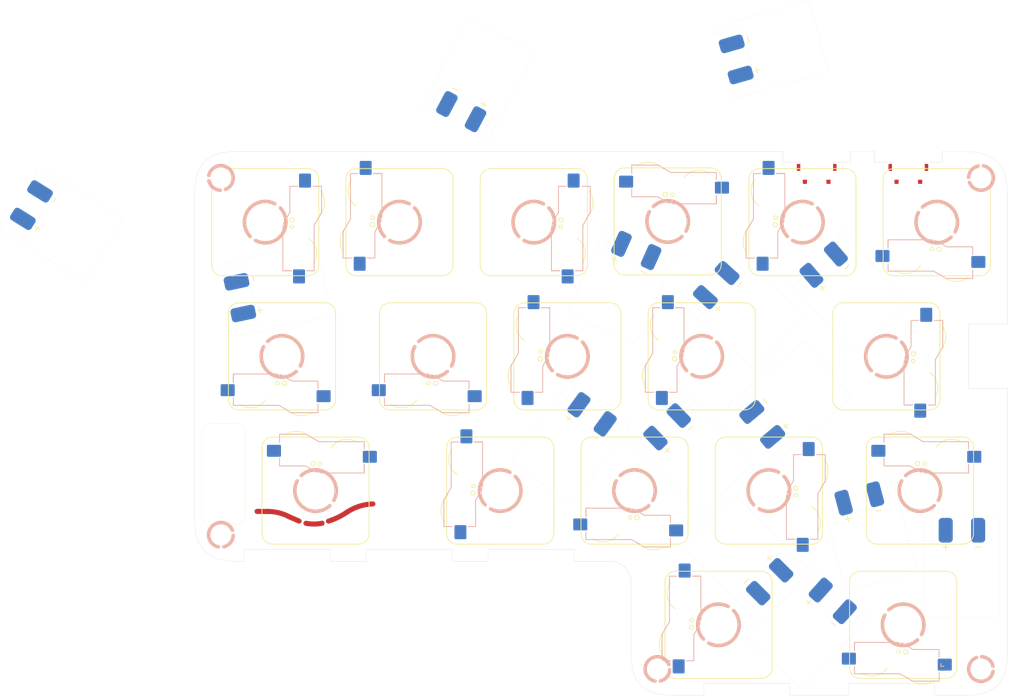
<source format=kicad_pcb>
(kicad_pcb (version 20211014) (generator pcbnew)
  (layers (0 "F.Cu" signal) (1 "In1.Cu" signal) (2 "In2.Cu" signal) (31 "B.Cu" signal) (34 "B.Paste" user) (35 "F.Paste" user) (36 "B.SilkS" user "B.Silkscreen") (37 "F.SilkS" user "F.Silkscreen") (38 "B.Mask" user) (39 "F.Mask" user) (44 "Edge.Cuts" user))
  (net 0 "")
  (net 1 "B1-")
  (net 2 "B+")
  (net 3 "B2-")
  (net 4 "B3-")
  (net 5 "B4-")
  (net 6 "B5-")
  (net 7 "B6-")
  (net 8 "B7-")
  (net 9 "B8-")
  (net 10 "B10-")
  (net 11 "B11-")
  (net 12 "B12-")
  (net 13 "GND")
  (net 14 "/MCU/RESET PIN")
  (net 17 "Net-(U4-Pad3)")
  (net 18 "/MCU/P0.29")
  (net 19 "/MCU/P0.02")
  (net 20 "/MCU/P1.15")
  (net 21 "/MCU/P1.13")
  (net 22 "/MCU/P0.25")
  (net 23 "/MCU/P0.13")
  (net 24 "/MCU/P0.15")
  (net 25 "/MCU/P0.24")
  (net 26 "/MCU/P0.30")
  (net 27 "/MCU/P0.28")
  (net 28 "/MCU/P0.03")
  (net 29 "/MCU/P1.14")
  (net 30 "/MCU/P0.10")
  (net 31 "/MCU/P0.06")
  (net 32 "/MCU/P0.09")
  (net 33 "/MCU/P1.06")
  (net 34 "/MCU/P1.04")
  (net 35 "/MCU/P1.03")
  (footprint "Library:BatteryV2" (layer "F.Cu") (at 180.311556 90.22576 -132)
    (fp_text reference "B6" hide)
    (fp_text value "Battery")
    (fp_line (start 10.35 13.65) (end 10.35 0.2) (layer "Edge.Cuts") (width 0.01))
    (fp_line (start 9.95 -0.2) (end 0.2 -0.2) (layer "Edge.Cuts") (width 0.01))
    (fp_line (start 9.25 10.600002) (end 9.25 13.65) (layer "Edge.Cuts") (width 0.01))
    (fp_line (start 0.9 13.65) (end 0.900002 10.6) (layer "Edge.Cuts") (width 0.01))
    (fp_line (start -0.2 0.2) (end -0.2 13.65) (layer "Edge.Cuts") (width 0.01))
    (fp_line (start 8.85 10.200002) (end 1.300002 10.2) (layer "Edge.Cuts") (width 0.01))
    (fp_arc (start 0.9 13.65) (mid 0.35 14.2) (end -0.2 13.65) (layer "Edge.Cuts") (width 0.01))
    (fp_arc (start 0.900002 10.6) (mid 1.01716 10.317158) (end 1.300002 10.2) (layer "Edge.Cuts") (width 0.01))
    (fp_arc (start 8.85 10.200002) (mid 9.132843 10.31716) (end 9.25 10.600002) (layer "Edge.Cuts") (width 0.01))
    (fp_arc (start 9.95 -0.2) (mid 10.232843 -0.082843) (end 10.35 0.2) (layer "Edge.Cuts") (width 0.01))
    (fp_arc (start -0.2 0.2) (mid -0.082842 -0.082842) (end 0.2 -0.2) (layer "Edge.Cuts") (width 0.01))
    (fp_arc (start 10.35 13.65) (mid 9.8 14.2) (end 9.25 13.65) (layer "Edge.Cuts") (width 0.01))
    (pad "1" smd roundrect locked (at 2.775 12 228) (size 2 3.5) (layers "B.Cu" "B.Paste" "B.Mask") (net 7 "B6-"))
    (pad "2" smd roundrect locked (at 7.375 12 48) (size 2 3.5) (layers "B.Cu" "B.Paste" "B.Mask") (net 2 "B+"))
  )
  (footprint "Library:GateronHotswap" (layer "F.Cu") (at 194.5125 134.188524)
    (fp_text reference "REF**" hide)
    (fp_text value "GateronHotswap")
    (pad "" np_thru_hole circle locked (at -4.4 4.7 180) (size 3.05 3.05) (drill 3.05) (layers *.Cu *.Mask))
    (pad "" np_thru_hole circle locked (at 2.6 5.75) (size 3.05 3.05) (drill 3.05) (layers *.Cu *.Mask))
    (pad "" np_thru_hole circle locked (at 0 0 180) (size 5.1 5.1) (drill 5.1) (layers F&B.Cu *.Mask))
    (pad "1" smd roundrect locked (at 5.900541 5.65 180) (size 2 1.7) (layers "B.Cu" "B.Paste" "B.Mask") (roundrect_rratio 0.1) (net 13 "GND"))
    (pad "2" smd roundrect locked (at -7.700541 4.8) (size 2 1.7) (layers "B.Cu" "B.Paste" "B.Mask") (roundrect_rratio 0.1) (net 20 "/MCU/P1.15"))
  )
  (footprint "Library:GateronHotswap" (layer "F.Cu") (at 104.025 77.038524 90)
    (fp_text reference "REF**" hide)
    (fp_text value "GateronHotswap")
    (pad "" np_thru_hole circle (at 0 0 270) (size 5.1 5.1) (drill 5.1) (layers F&B.Cu *.Mask))
    (pad "" np_thru_hole circle (at -4.4 4.7 270) (size 3.05 3.05) (drill 3.05) (layers *.Cu *.Mask))
    (pad "" np_thru_hole circle (at 2.6 5.75 90) (size 3.05 3.05) (drill 3.05) (layers *.Cu *.Mask))
    (pad "1" smd roundrect (at 5.900541 5.65 270) (size 2 1.7) (layers "B.Cu" "B.Paste" "B.Mask") (roundrect_rratio 0.1) (net 13 "GND"))
    (pad "2" smd roundrect (at -7.700541 4.8 90) (size 2 1.7) (layers "B.Cu" "B.Paste" "B.Mask") (roundrect_rratio 0.1) (net 33 "/MCU/P1.06"))
  )
  (footprint "" (layer "F.Cu") (at 97.75 70.763524)
    (fp_text reference "" (at 0 0) (layer "F.SilkS") (effects (font (size 1.27 1.27))))
    (fp_text value "" (at 0 0) (layer "F.SilkS") (effects (font (size 1.27 1.27))))
    (pad "" np_thru_hole circle locked (at 0 0 180) (size 2.8 2.8) (drill 2.8) (layers F&B.Cu *.Mask))
  )
  (footprint "" (layer "F.Cu") (at 205.54995 70.763514 -90)
    (fp_text reference "" (at 0 0 90) (layer "F.SilkS") (effects (font (size 1.27 1.27))))
    (fp_text value "" (at 0 0 90) (layer "F.SilkS") (effects (font (size 1.27 1.27))))
    (pad "" np_thru_hole circle locked (at 0 0 90) (size 2.8 2.8) (drill 2.8) (layers F&B.Cu *.Mask))
  )
  (footprint "Library:BatteryV2" (layer "F.Cu") (at 194.938804 88.801825 -139)
    (fp_text reference "B1" hide)
    (fp_text value "Battery")
    (fp_line (start 8.85 10.200002) (end 1.300002 10.2) (layer "Edge.Cuts") (width 0.01))
    (fp_line (start 10.35 13.65) (end 10.35 0.2) (layer "Edge.Cuts") (width 0.01))
    (fp_line (start 0.9 13.65) (end 0.900002 10.6) (layer "Edge.Cuts") (width 0.01))
    (fp_line (start -0.2 0.2) (end -0.2 13.65) (layer "Edge.Cuts") (width 0.01))
    (fp_line (start 9.25 10.600002) (end 9.25 13.65) (layer "Edge.Cuts") (width 0.01))
    (fp_line (start 9.95 -0.2) (end 0.2 -0.2) (layer "Edge.Cuts") (width 0.01))
    (fp_arc (start 8.85 10.200002) (mid 9.132843 10.31716) (end 9.25 10.600002) (layer "Edge.Cuts") (width 0.01))
    (fp_arc (start 0.900002 10.6) (mid 1.01716 10.317158) (end 1.300002 10.2) (layer "Edge.Cuts") (width 0.01))
    (fp_arc (start 9.95 -0.2) (mid 10.232843 -0.082843) (end 10.35 0.2) (layer "Edge.Cuts") (width 0.01))
    (fp_arc (start 0.9 13.65) (mid 0.35 14.2) (end -0.2 13.65) (layer "Edge.Cuts") (width 0.01))
    (fp_arc (start 10.35 13.65) (mid 9.8 14.2) (end 9.25 13.65) (layer "Edge.Cuts") (width 0.01))
    (fp_arc (start -0.2 0.2) (mid -0.082842 -0.082842) (end 0.2 -0.2) (layer "Edge.Cuts") (width 0.01))
    (pad "1" smd roundrect locked (at 2.775 12 221) (size 2 3.5) (layers "B.Cu" "B.Paste" "B.Mask") (net 1 "B1-"))
    (pad "2" smd roundrect locked (at 7.375 12 41) (size 2 3.5) (layers "B.Cu" "B.Paste" "B.Mask") (net 2 "B+"))
  )
  (footprint "Library:BatteryV2" (layer "F.Cu") (at 180.453637 94.150102 -50)
    (fp_text reference "B7" hide)
    (fp_text value "Battery")
    (fp_line (start 9.95 -0.2) (end 0.2 -0.2) (layer "Edge.Cuts") (width 0.01))
    (fp_line (start 9.25 10.600002) (end 9.25 13.65) (layer "Edge.Cuts") (width 0.01))
    (fp_line (start 0.9 13.65) (end 0.900002 10.6) (layer "Edge.Cuts") (width 0.01))
    (fp_line (start 8.85 10.200002) (end 1.300002 10.2) (layer "Edge.Cuts") (width 0.01))
    (fp_line (start -0.2 0.2) (end -0.2 13.65) (layer "Edge.Cuts") (width 0.01))
    (fp_line (start 10.35 13.65) (end 10.35 0.2) (layer "Edge.Cuts") (width 0.01))
    (fp_arc (start 8.85 10.200002) (mid 9.132842 10.31716) (end 9.25 10.600002) (layer "Edge.Cuts") (width 0.01))
    (fp_arc (start 10.35 13.65) (mid 9.8 14.2) (end 9.25 13.65) (layer "Edge.Cuts") (width 0.01))
    (fp_arc (start -0.2 0.2) (mid -0.082843 -0.082842) (end 0.2 -0.2) (layer "Edge.Cuts") (width 0.01))
    (fp_arc (start 0.900002 10.6) (mid 1.01716 10.317158) (end 1.300002 10.2) (layer "Edge.Cuts") (width 0.01))
    (fp_arc (start 0.9 13.65) (mid 0.35 14.2) (end -0.2 13.65) (layer "Edge.Cuts") (width 0.01))
    (fp_arc (start 9.95 -0.2) (mid 10.232843 -0.082843) (end 10.35 0.2) (layer "Edge.Cuts") (width 0.01))
    (pad "1" smd roundrect locked (at 2.775 12 310) (size 2 3.5) (layers "B.Cu" "B.Paste" "B.Mask"))
    (pad "2" smd roundrect locked (at 7.375 12 130) (size 2 3.5) (layers "B.Cu" "B.Paste" "B.Mask"))
  )
  (footprint "Library:GateronHotswap" (layer "F.Cu") (at 146.8875 96.088524 -90)
    (fp_text reference "REF**" hide)
    (fp_text value "GateronHotswap")
    (pad "" np_thru_hole circle locked (at -4.4 4.7 90) (size 3.05 3.05) (drill 3.05) (layers *.Cu *.Mask))
    (pad "" np_thru_hole circle locked (at 0 0 90) (size 5.1 5.1) (drill 5.1) (layers F&B.Cu *.Mask))
    (pad "" np_thru_hole circle locked (at 2.6 5.75 270) (size 3.05 3.05) (drill 3.05) (layers *.Cu *.Mask))
    (pad "1" smd roundrect locked (at 5.900541 5.65 90) (size 2 1.7) (layers "B.Cu" "B.Paste" "B.Mask") (roundrect_rratio 0.1) (net 13 "GND"))
    (pad "2" smd roundrect locked (at -7.700541 4.8 270) (size 2 1.7) (layers "B.Cu" "B.Paste" "B.Mask") (roundrect_rratio 0.1) (net 24 "/MCU/P0.15"))
  )
  (footprint "Library:GateronHotswap" (layer "F.Cu") (at 142.125 77.038524 90)
    (fp_text reference "REF**" hide)
    (fp_text value "GateronHotswap")
    (pad "" np_thru_hole circle locked (at 0 0 270) (size 5.1 5.1) (drill 5.1) (layers F&B.Cu *.Mask))
    (pad "" np_thru_hole circle locked (at -4.4 4.7 270) (size 3.05 3.05) (drill 3.05) (layers *.Cu *.Mask))
    (pad "" np_thru_hole circle locked (at 2.6 5.75 90) (size 3.05 3.05) (drill 3.05) (layers *.Cu *.Mask))
    (pad "1" smd roundrect locked (at 5.900541 5.65 270) (size 2 1.7) (layers "B.Cu" "B.Paste" "B.Mask") (roundrect_rratio 0.1) (net 22 "/MCU/P0.25"))
    (pad "2" smd roundrect locked (at -7.700541 4.8 90) (size 2 1.7) (layers "B.Cu" "B.Paste" "B.Mask") (roundrect_rratio 0.1) (net 13 "GND"))
  )
  (footprint "Library:Button" (layer "F.Cu") (at 182.245953 71.013525)
    (fp_text reference "U1" hide)
    (fp_text value "Button")
    (fp_line (start -2.32 0) (end -2.32 -2.25) (layer "Edge.Cuts") (width 0.01))
    (fp_line (start 2.32 0) (end -2.32 0) (layer "Edge.Cuts") (width 0.01))
    (fp_line (start 2.32 0) (end 2.32 -2.25) (layer "Edge.Cuts") (width 0.01))
    (pad "1" smd roundrect locked (at 2.57 -1.75 180) (size 0.5 1) (layers "F.Cu" "F.Paste" "F.Mask") (chamfer_ratio 0) (chamfer top_right bottom_right))
    (pad "1" smd roundrect locked (at -2.57 -1.75) (size 0.5 1) (layers "F.Cu" "F.Paste" "F.Mask") (chamfer_ratio 0) (chamfer top_right bottom_right))
    (pad "2" smd roundrect locked (at -1.675 0.3 90) (size 0.6 0.6) (layers "F.Cu" "F.Paste" "F.Mask") (chamfer_ratio 0) (chamfer top_right bottom_right) (net 13 "GND"))
    (pad "3" smd roundrect locked (at 1.675 0.3 90) (size 0.6 0.6) (layers "F.Cu" "F.Paste" "F.Mask") (chamfer_ratio 0) (chamfer top_right bottom_right) (net 14 "/MCU/RESET PIN"))
  )
  (footprint "Library:GateronHotswap" (layer "F.Cu") (at 199.275 77.038524)
    (fp_text reference "REF**" hide)
    (fp_text value "GateronHotswap")
    (pad "" np_thru_hole circle locked (at 0 0 180) (size 5.1 5.1) (drill 5.1) (layers F&B.Cu *.Mask))
    (pad "" np_thru_hole circle locked (at -4.4 4.7 180) (size 3.05 3.05) (drill 3.05) (layers *.Cu *.Mask))
    (pad "" np_thru_hole circle locked (at 2.6 5.75) (size 3.05 3.05) (drill 3.05) (layers *.Cu *.Mask))
    (pad "1" smd roundrect locked (at 5.900541 5.65 180) (size 2 1.7) (layers "B.Cu" "B.Paste" "B.Mask") (roundrect_rratio 0.1) (net 13 "GND"))
    (pad "2" smd roundrect locked (at -7.700541 4.8) (size 2 1.7) (layers "B.Cu" "B.Paste" "B.Mask") (roundrect_rratio 0.1) (net 29 "/MCU/P1.14"))
  )
  (footprint "Library:BatteryV2" (layer "F.Cu") (at 207.918418 132.765291 180)
    (fp_text reference "B7" hide)
    (fp_text value "Battery")
    (fp_line (start 9.95 -0.2) (end 0.2 -0.2) (layer "Edge.Cuts") (width 0.01))
    (fp_line (start 9.25 10.600002) (end 9.25 13.65) (layer "Edge.Cuts") (width 0.01))
    (fp_line (start 0.9 13.65) (end 0.900002 10.6) (layer "Edge.Cuts") (width 0.01))
    (fp_line (start 8.85 10.200002) (end 1.300002 10.2) (layer "Edge.Cuts") (width 0.01))
    (fp_line (start -0.2 0.2) (end -0.2 13.65) (layer "Edge.Cuts") (width 0.01))
    (fp_line (start 10.35 13.65) (end 10.35 0.2) (layer "Edge.Cuts") (width 0.01))
    (fp_arc (start 8.85 10.200002) (mid 9.132842 10.31716) (end 9.25 10.600002) (layer "Edge.Cuts") (width 0.01))
    (fp_arc (start 10.35 13.65) (mid 9.8 14.2) (end 9.25 13.65) (layer "Edge.Cuts") (width 0.01))
    (fp_arc (start -0.2 0.2) (mid -0.082842 -0.082842) (end 0.2 -0.2) (layer "Edge.Cuts") (width 0.01))
    (fp_arc (start 0.900002 10.6) (mid 1.01716 10.317158) (end 1.300002 10.2) (layer "Edge.Cuts") (width 0.01))
    (fp_arc (start 0.9 13.65) (mid 0.35 14.2) (end -0.2 13.65) (layer "Edge.Cuts") (width 0.01))
    (fp_arc (start 9.95 -0.2) (mid 10.232843 -0.082843) (end 10.35 0.2) (layer "Edge.Cuts") (width 0.01))
    (pad "1" smd roundrect locked (at 2.775 12 180) (size 2 3.5) (layers "B.Cu" "B.Paste" "B.Mask") (net 8 "B7-"))
    (pad "2" smd roundrect locked (at 7.375 12) (size 2 3.5) (layers "B.Cu" "B.Paste" "B.Mask") (net 2 "B+"))
  )
  (footprint "Library:GateronHotswap" (layer "F.Cu") (at 168.31875 134.188524 -90)
    (fp_text reference "REF**" hide)
    (fp_text value "GateronHotswap")
    (pad "" np_thru_hole circle locked (at 2.6 5.75 270) (size 3.05 3.05) (drill 3.05) (layers *.Cu *.Mask))
    (pad "" np_thru_hole circle locked (at 0 0 90) (size 5.1 5.1) (drill 5.1) (layers F&B.Cu *.Mask))
    (pad "" np_thru_hole circle locked (at -4.4 4.7 90) (size 3.05 3.05) (drill 3.05) (layers *.Cu *.Mask))
    (pad "1" smd roundrect locked (at 5.900541 5.65 90) (size 2 1.7) (layers "B.Cu" "B.Paste" "B.Mask") (roundrect_rratio 0.1) (net 21 "/MCU/P1.13"))
    (pad "2" smd roundrect locked (at -7.700541 4.8 270) (size 2 1.7) (layers "B.Cu" "B.Paste" "B.Mask") (roundrect_rratio 0.1) (net 13 "GND"))
  )
  (footprint "Library:BatteryV2" (layer "F.Cu") (at 147.441156 116.999491 144)
    (fp_text reference "B12" hide)
    (fp_text value "Battery")
    (fp_line (start -0.2 0.2) (end -0.2 13.65) (layer "Edge.Cuts") (width 0.01))
    (fp_line (start 0.9 13.65) (end 0.900002 10.6) (layer "Edge.Cuts") (width 0.01))
    (fp_line (start 10.35 13.65) (end 10.35 0.2) (layer "Edge.Cuts") (width 0.01))
    (fp_line (start 9.95 -0.2) (end 0.2 -0.2) (layer "Edge.Cuts") (width 0.01))
    (fp_line (start 9.25 10.600002) (end 9.25 13.65) (layer "Edge.Cuts") (width 0.01))
    (fp_line (start 8.85 10.200002) (end 1.300002 10.2) (layer "Edge.Cuts") (width 0.01))
    (fp_arc (start 0.9 13.65) (mid 0.35 14.2) (end -0.2 13.65) (layer "Edge.Cuts") (width 0.01))
    (fp_arc (start 0.900002 10.6) (mid 1.01716 10.317158) (end 1.300002 10.2) (layer "Edge.Cuts") (width 0.01))
    (fp_arc (start 9.95 -0.2) (mid 10.232843 -0.082843) (end 10.35 0.2) (layer "Edge.Cuts") (width 0.01))
    (fp_arc (start 10.35 13.65) (mid 9.8 14.2) (end 9.25 13.65) (layer "Edge.Cuts") (width 0.01))
    (fp_arc (start -0.2 0.2) (mid -0.082842 -0.082842) (end 0.2 -0.2) (layer "Edge.Cuts") (width 0.01))
    (fp_arc (start 8.85 10.200002) (mid 9.132842 10.31716) (end 9.25 10.600002) (layer "Edge.Cuts") (width 0.01))
    (pad "1" smd roundrect locked (at 2.775 12 144) (size 2 3.5) (layers "B.Cu" "B.Paste" "B.Mask"))
    (pad "2" smd roundrect locked (at 7.375 12 324) (size 2 3.5) (layers "B.Cu" "B.Paste" "B.Mask"))
  )
  (footprint "Library:BatteryV2" (layer "F.Cu") (at 180.271472 143.104934 138)
    (fp_text reference "B11" hide)
    (fp_text value "Battery")
    (fp_line (start 8.85 10.200002) (end 1.300002 10.2) (layer "Edge.Cuts") (width 0.01))
    (fp_line (start 9.95 -0.2) (end 0.2 -0.2) (layer "Edge.Cuts") (width 0.01))
    (fp_line (start 9.25 10.600002) (end 9.25 13.65) (layer "Edge.Cuts") (width 0.01))
    (fp_line (start 10.35 13.65) (end 10.35 0.2) (layer "Edge.Cuts") (width 0.01))
    (fp_line (start -0.2 0.2) (end -0.2 13.65) (layer "Edge.Cuts") (width 0.01))
    (fp_line (start 0.9 13.65) (end 0.900002 10.6) (layer "Edge.Cuts") (width 0.01))
    (fp_arc (start -0.2 0.2) (mid -0.082842 -0.082842) (end 0.2 -0.2) (layer "Edge.Cuts") (width 0.01))
    (fp_arc (start 9.95 -0.2) (mid 10.232843 -0.082843) (end 10.35 0.2) (layer "Edge.Cuts") (width 0.01))
    (fp_arc (start 0.9 13.65) (mid 0.35 14.2) (end -0.2 13.65) (layer "Edge.Cuts") (width 0.01))
    (fp_arc (start 10.35 13.65) (mid 9.8 14.2) (end 9.25 13.65) (layer "Edge.Cuts") (width 0.01))
    (fp_arc (start 8.85 10.200002) (mid 9.132842 10.31716) (end 9.25 10.600002) (layer "Edge.Cuts") (width 0.01))
    (fp_arc (start 0.900002 10.6) (mid 1.01716 10.317158) (end 1.300002 10.2) (layer "Edge.Cuts") (width 0.01))
    (pad "1" smd roundrect locked (at 2.775 12 138) (size 2 3.5) (layers "B.Cu" "B.Paste" "B.Mask") (net 11 "B11-"))
    (pad "2" smd roundrect locked (at 7.375 12 318) (size 2 3.5) (layers "B.Cu" "B.Paste" "B.Mask") (net 2 "B+"))
  )
  (footprint "Library:GateronHotswap" (layer "F.Cu") (at 196.893751 115.138524 180)
    (fp_text reference "REF**" hide)
    (fp_text value "GateronHotswap")
    (pad "" np_thru_hole circle locked (at -4.4 4.7) (size 3.05 3.05) (drill 3.05) (layers *.Cu *.Mask))
    (pad "" np_thru_hole circle locked (at 0 0) (size 5.1 5.1) (drill 5.1) (layers F&B.Cu *.Mask))
    (pad "" np_thru_hole circle locked (at 2.6 5.75 180) (size 3.05 3.05) (drill 3.05) (layers *.Cu *.Mask))
    (pad "1" smd roundrect locked (at 5.900541 5.65) (size 2 1.7) (layers "B.Cu" "B.Paste" "B.Mask") (roundrect_rratio 0.1) (net 19 "/MCU/P0.02"))
    (pad "2" smd roundrect locked (at -7.700541 4.8 180) (size 2 1.7) (layers "B.Cu" "B.Paste" "B.Mask") (roundrect_rratio 0.1) (net 13 "GND"))
  )
  (footprint "Library:GateronHotswap" (layer "F.Cu") (at 137.3625 115.138524 -90)
    (fp_text reference "REF**" hide)
    (fp_text value "GateronHotswap")
    (pad "" np_thru_hole circle locked (at 2.6 5.75 270) (size 3.05 3.05) (drill 3.05) (layers *.Cu *.Mask))
    (pad "" np_thru_hole circle locked (at 0 0 90) (size 5.1 5.1) (drill 5.1) (layers F&B.Cu *.Mask))
    (pad "" np_thru_hole circle locked (at -4.4 4.7 90) (size 3.05 3.05) (drill 3.05) (layers *.Cu *.Mask))
    (pad "1" smd roundrect locked (at 5.900541 5.65 90) (size 2 1.7) (layers "B.Cu" "B.Paste" "B.Mask") (roundrect_rratio 0.1) (net 31 "/MCU/P0.06"))
    (pad "2" smd roundrect locked (at -7.700541 4.8 270) (size 2 1.7) (layers "B.Cu" "B.Paste" "B.Mask") (roundrect_rratio 0.1) (net 13 "GND"))
  )
  (footprint "Library:ConicCorner" (layer "F.Cu") (at 207.299949 67.013524)
    (fp_text reference "REF**" hide)
    (fp_text value "ConicCorner" hide)
    (fp_line (start 0.685007 1.565378) (end 0.56 1.44) (layer "Edge.Cuts") (width 0.03))
    (fp_line (start -3.109557 0.029585) (end -3.326097 0.014735) (layer "Edge.Cuts") (width 0.03))
    (fp_line (start -2.476649 0.094994) (end -2.684833 0.069714) (layer "Edge.Cuts") (width 0.03))
    (fp_line (start 0.685007 1.565378) (end 0.803113 1.697657) (layer "Edge.Cuts") (width 0.03))
    (fp_line (start 1.589742 3.127744) (end 1.650704 3.30803) (layer "Edge.Cuts") (width 0.03))
    (fp_line (start -0.608282 0.620207) (end -0.77787 0.545713) (layer "Edge.Cuts") (width 0.03))
    (fp_line (start 0.434993 1.314622) (end 0.302343 1.196887) (layer "Edge.Cuts") (width 0.03))
    (fp_line (start 0.434993 1.314622) (end 0.56 1.44) (layer "Edge.Cuts") (width 0.03))
    (fp_line (start -1.127744 0.410258) (end -1.30803 0.349296) (layer "Edge.Cuts") (width 0.03))
    (fp_line (start 1.905006 4.476649) (end 1.930286 4.684833) (layer "Edge.Cuts") (width 0.03))
    (fp_line (start 1.970415 5.109557) (end 1.985265 5.326097) (layer "Edge.Cuts") (width 0.03))
    (fp_line (start 1.38 2.61) (end 1.454287 2.77787) (layer "Edge.Cuts") (width 0.03))
    (fp_curve (pts (xy 1.113416 2.13435) (xy 1.209506 2.286225) (xy 1.298275 2.444307) (xy 1.379793 2.608282)) (layer "Edge.Cuts") (width 0.03))
    (fp_curve (pts (xy -4 0) (xy -3.771346 0) (xy -3.546712 0.004911) (xy -3.326097 0.014735)) (layer "Edge.Cuts") (width 0.03))
    (fp_curve (pts (xy -0.608282 0.620207) (xy -0.444307 0.701725) (xy -0.286225 0.790494) (xy -0.13435 0.886584)) (layer "Edge.Cuts") (width 0.03))
    (fp_curve (pts (xy 1.650704 3.30803) (xy 1.705157 3.493399) (xy 1.753391 3.683603) (xy 1.795683 3.87844)) (layer "Edge.Cuts") (width 0.03))
    (fp_curve (pts (xy 1.985265 5.326097) (xy 1.995089 5.546712) (xy 2 5.771346) (xy 2 6)) (layer "Edge.Cuts") (width 0.03))
    (fp_curve (pts (xy 1.795683 3.87844) (xy 1.837975 4.073277) (xy 1.874324 4.272747) (xy 1.905006 4.476649)) (layer "Edge.Cuts") (width 0.03))
    (fp_curve (pts (xy -0.13435 0.886584) (xy 0.017526 0.982674) (xy 0.163194 1.086085) (xy 0.302343 1.196887)) (layer "Edge.Cuts") (width 0.03))
    (fp_curve (pts (xy 0.803113 1.697657) (xy 0.913915 1.836806) (xy 1.017326 1.982474) (xy 1.113416 2.13435)) (layer "Edge.Cuts") (width 0.03))
    (fp_curve (pts (xy 1.454287 2.77787) (xy 1.522015 2.952807) (xy 1.522015 2.952807) (xy 1.589742 3.127744)) (layer "Edge.Cuts") (width 0.03))
    (fp_curve (pts (xy -1.127744 0.410258) (xy -0.952807 0.477985) (xy -0.952807 0.477985) (xy -0.77787 0.545713)) (layer "Edge.Cuts") (width 0.03))
    (fp_curve (pts (xy -2.476649 0.094994) (xy -2.272747 0.125676) (xy -2.073277 0.162025) (xy -1.87844 0.204317)) (layer "Edge.Cuts") (width 0.03))
    (fp_curve (pts (xy 1.930286 4.684833) (xy 1.95035 4.897195) (xy 1.95035 4.897195) (xy 1.970415 5.109557)) (layer "Edge.Cuts") (width 0.03))
    (fp_curve (pts (xy -3.109557 0.029585) (xy -2.897195 0.04965) (xy -2.897195 0.04965) (xy -2.684833 0.069714)) (layer "Edge.Cuts") (width 0.03))
    (fp_curve (pts (xy -1.87844 0.204317) (xy -1.683603 0.246609) (xy -1.493399 0.294843) (xy -1.30803 0.349296)) (layer "Edge.Cuts") (width 0.03))
  )
  (footprint "" (layer "F.Cu") (at 205.549957 140.463525 180)
    (fp_text reference "" (at 0 0) (layer "F.SilkS") (effects (font (size 1.27 1.27))))
    (fp_text value "" (at 0 0) (layer "F.SilkS") (effects (font (size 1.27 1.27))))
    (pad "" np_thru_hole circle locked (at 0 0) (size 2.8 2.8) (drill 2.8) (layers F&B.Cu *.Mask))
  )
  (footprint "Library:BatteryV2" (layer "F.Cu") (at 83.737033 76.677243 -122)
    (fp_text reference "B2" hide)
    (fp_text value "Battery")
    (fp_line (start -0.2 0.2) (end -0.2 13.65) (layer "Edge.Cuts") (width 0.01))
    (fp_line (start 9.25 10.600002) (end 9.25 13.65) (layer "Edge.Cuts") (width 0.01))
    (fp_line (start 8.85 10.200002) (end 1.300002 10.2) (layer "Edge.Cuts") (width 0.01))
    (fp_line (start 0.9 13.65) (end 0.900002 10.6) (layer "Edge.Cuts") (width 0.01))
    (fp_line (start 9.95 -0.2) (end 0.2 -0.2) (layer "Edge.Cuts") (width 0.01))
    (fp_line (start 10.35 13.65) (end 10.35 0.2) (layer "Edge.Cuts") (width 0.01))
    (fp_arc (start 10.35 13.65) (mid 9.8 14.2) (end 9.25 13.65) (layer "Edge.Cuts") (width 0.01))
    (fp_arc (start 0.9 13.65) (mid 0.350001 14.2) (end -0.2 13.65) (layer "Edge.Cuts") (width 0.01))
    (fp_arc (start 8.85 10.200002) (mid 9.132842 10.31716) (end 9.25 10.600002) (layer "Edge.Cuts") (width 0.01))
    (fp_arc (start 9.95 -0.2) (mid 10.232843 -0.082843) (end 10.35 0.2) (layer "Edge.Cuts") (width 0.01))
    (fp_arc (start 0.900002 10.6) (mid 1.01716 10.317158) (end 1.300002 10.2) (layer "Edge.Cuts") (width 0.01))
    (fp_arc (start -0.2 0.2) (mid -0.082842 -0.082842) (end 0.2 -0.2) (layer "Edge.Cuts") (width 0.01))
    (pad "1" smd roundrect locked (at 2.775 12 238) (size 2 3.5) (layers "B.Cu" "B.Paste" "B.Mask") (net 3 "B2-"))
    (pad "2" smd roundrect locked (at 7.375 12 58) (size 2 3.5) (layers "B.Cu" "B.Paste" "B.Mask") (net 2 "B+"))
  )
  (footprint "Library:GateronHotswap" (layer "F.Cu") (at 175.462499 115.138524 90)
    (fp_text reference "REF**" hide)
    (fp_text value "GateronHotswap")
    (pad "" np_thru_hole circle locked (at -4.4 4.7 270) (size 3.05 3.05) (drill 3.05) (layers *.Cu *.Mask))
    (pad "" np_thru_hole circle locked (at 0 0 270) (size 5.1 5.1) (drill 5.1) (layers F&B.Cu *.Mask))
    (pad "" np_thru_hole circle locked (at 2.6 5.75 90) (size 3.05 3.05) (drill 3.05) (layers *.Cu *.Mask))
    (pad "1" smd roundrect locked (at 5.900541 5.65 270) (size 2 1.7) (layers "B.Cu" "B.Paste" "B.Mask") (roundrect_rratio 0.1) (net 18 "/MCU/P0.29"))
    (pad "2" smd roundrect locked (at -7.700541 4.8 90) (size 2 1.7) (layers "B.Cu" "B.Paste" "B.Mask") (roundrect_rratio 0.1) (net 13 "GND"))
  )
  (footprint "Library:ConicCorner" (layer "F.Cu") (at 157.9125 144.213524 180)
    (fp_text reference "REF**" hide)
    (fp_text value "ConicCorner" hide)
    (fp_line (start -2.476649 0.094994) (end -2.684833 0.069714) (layer "Edge.Cuts") (width 0.03))
    (fp_line (start 1.38 2.61) (end 1.454287 2.77787) (layer "Edge.Cuts") (width 0.03))
    (fp_line (start 0.434993 1.314622) (end 0.302343 1.196887) (layer "Edge.Cuts") (width 0.03))
    (fp_line (start 0.685007 1.565378) (end 0.56 1.44) (layer "Edge.Cuts") (width 0.03))
    (fp_line (start 1.905006 4.476649) (end 1.930286 4.684833) (layer "Edge.Cuts") (width 0.03))
    (fp_line (start -1.127744 0.410258) (end -1.30803 0.349296) (layer "Edge.Cuts") (width 0.03))
    (fp_line (start 0.685007 1.565378) (end 0.803113 1.697657) (layer "Edge.Cuts") (width 0.03))
    (fp_line (start 1.589742 3.127744) (end 1.650704 3.30803) (layer "Edge.Cuts") (width 0.03))
    (fp_line (start -3.109557 0.029585) (end -3.326097 0.014735) (layer "Edge.Cuts") (width 0.03))
    (fp_line (start -0.608282 0.620207) (end -0.77787 0.545713) (layer "Edge.Cuts") (width 0.03))
    (fp_line (start 0.434993 1.314622) (end 0.56 1.44) (layer "Edge.Cuts") (width 0.03))
    (fp_line (start 1.970415 5.109557) (end 1.985265 5.326097) (layer "Edge.Cuts") (width 0.03))
    (fp_curve (pts (xy 1.795683 3.87844) (xy 1.837975 4.073277) (xy 1.874324 4.272747) (xy 1.905006 4.476649)) (layer "Edge.Cuts") (width 0.03))
    (fp_curve (pts (xy -0.13435 0.886584) (xy 0.017526 0.982674) (xy 0.163194 1.086085) (xy 0.302343 1.196887)) (layer "Edge.Cuts") (width 0.03))
    (fp_curve (pts (xy -1.87844 0.204317) (xy -1.683603 0.246609) (xy -1.493399 0.294843) (xy -1.30803 0.349296)) (layer "Edge.Cuts") (width 0.03))
    (fp_curve (pts (xy 1.930286 4.684833) (xy 1.95035 4.897195) (xy 1.95035 4.897195) (xy 1.970415 5.109557)) (layer "Edge.Cuts") (width 0.03))
    (fp_curve (pts (xy -4 0) (xy -3.771346 0) (xy -3.546712 0.004911) (xy -3.326097 0.014735)) (layer "Edge.Cuts") (width 0.03))
    (fp_curve (pts (xy -3.109557 0.029585) (xy -2.897195 0.04965) (xy -2.897195 0.04965) (xy -2.684833 0.069714)) (layer "Edge.Cuts") (width 0.03))
    (fp_curve (pts (xy -1.127744 0.410258) (xy -0.952807 0.477985) (xy -0.952807 0.477985) (xy -0.77787 0.545713)) (layer "Edge.Cuts") (width 0.03))
    (fp_curve (pts (xy 1.113416 2.13435) (xy 1.209506 2.286225) (xy 1.298275 2.444307) (xy 1.379793 2.608282)) (layer "Edge.Cuts") (width 0.03))
    (fp_curve (pts (xy 1.650704 3.30803) (xy 1.705157 3.493399) (xy 1.753391 3.683603) (xy 1.795683 3.87844)) (layer "Edge.Cuts") (width 0.03))
    (fp_curve (pts (xy 0.803113 1.697657) (xy 0.913915 1.836806) (xy 1.017326 1.982474) (xy 1.113416 2.13435)) (layer "Edge.Cuts") (width 0.03))
    (fp_curve (pts (xy 1.454287 2.77787) (xy 1.522015 2.952807) (xy 1.522015 2.952807) (xy 1.589742 3.127744)) (layer "Edge.Cuts") (width 0.03))
    (fp_curve (pts (xy -2.476649 0.094994) (xy -2.272747 0.125676) (xy -2.073277 0.162025) (xy -1.87844 0.204317)) (layer "Edge.Cuts") (width 0.03))
    (fp_curve (pts (xy 1.985265 5.326097) (xy 1.995089 5.546712) (xy 2 5.771346) (xy 2 6)) (layer "Edge.Cuts") (width 0.03))
    (fp_curve (pts (xy -0.608282 0.620207) (xy -0.444307 0.701725) (xy -0.286225 0.790494) (xy -0.13435 0.886584)) (layer "Edge.Cuts") (width 0.03))
  )
  (footprint "Library:GateronHotswap" (layer "F.Cu") (at 123.075 77.038524 -90)
    (fp_text reference "REF**" hide)
    (fp_text value "GateronHotswap")
    (pad "" np_thru_hole circle locked (at 0 0 90) (size 5.1 5.1) (drill 5.1) (layers F&B.Cu *.Mask))
    (pad "" np_thru_hole circle locked (at -4.4 4.7 90) (size 3.05 3.05) (drill 3.05) (layers *.Cu *.Mask))
    (pad "" np_thru_hole circle locked (at 2.6 5.75 270) (size 3.05 3.05) (drill 3.05) (layers *.Cu *.Mask))
    (pad "1" smd roundrect locked (at 5.900541 5.65 90) (size 2 1.7) (layers "B.Cu" "B.Paste" "B.Mask") (roundrect_rratio 0.1) (net 34 "/MCU/P1.04"))
    (pad "2" smd roundrect locked (at -7.700541 4.8 270) (size 2 1.7) (layers "B.Cu" "B.Paste" "B.Mask") (roundrect_rratio 0.1) (net 13 "GND"))
  )
  (footprint "Library:BatteryV2" (layer "F.Cu") (at 111.119694 80.293082 -78)
    (fp_text reference "B12" hide)
    (fp_text value "Battery")
    (fp_line (start -0.2 0.2) (end -0.2 13.65) (layer "Edge.Cuts") (width 0.01))
    (fp_line (start 0.9 13.65) (end 0.900002 10.6) (layer "Edge.Cuts") (width 0.01))
    (fp_line (start 10.35 13.65) (end 10.35 0.2) (layer "Edge.Cuts") (width 0.01))
    (fp_line (start 9.95 -0.2) (end 0.2 -0.2) (layer "Edge.Cuts") (width 0.01))
    (fp_line (start 9.25 10.600002) (end 9.25 13.65) (layer "Edge.Cuts") (width 0.01))
    (fp_line (start 8.85 10.200002) (end 1.300002 10.2) (layer "Edge.Cuts") (width 0.01))
    (fp_arc (start 0.9 13.65) (mid 0.35 14.2) (end -0.2 13.65) (layer "Edge.Cuts") (width 0.01))
    (fp_arc (start 0.900002 10.6) (mid 1.01716 10.317158) (end 1.300002 10.2) (layer "Edge.Cuts") (width 0.01))
    (fp_arc (start 9.95 -0.2) (mid 10.232843 -0.082843) (end 10.35 0.2) (layer "Edge.Cuts") (width 0.01))
    (fp_arc (start 10.35 13.65) (mid 9.8 14.2) (end 9.25 13.65) (layer "Edge.Cuts") (width 0.01))
    (fp_arc (start -0.2 0.2) (mid -0.082842 -0.082842) (end 0.2 -0.2) (layer "Edge.Cuts") (width 0.01))
    (fp_arc (start 8.85 10.200002) (mid 9.132842 10.31716) (end 9.25 10.600002) (layer "Edge.Cuts") (width 0.01))
    (pad "1" smd roundrect locked (at 2.775 12 282) (size 2 3.5) (layers "B.Cu" "B.Paste" "B.Mask"))
    (pad "2" smd roundrect locked (at 7.375 12 102) (size 2 3.5) (layers "B.Cu" "B.Paste" "B.Mask"))
  )
  (footprint "Library:GateronHotswap" (layer "F.Cu") (at 165.9375 96.088524 -90)
    (fp_text reference "REF**" hide)
    (fp_text value "GateronHotswap")
    (pad "" np_thru_hole circle locked (at 0 0 90) (size 5.1 5.1) (drill 5.1) (layers F&B.Cu *.Mask))
    (pad "" np_thru_hole circle locked (at 2.6 5.75 270) (size 3.05 3.05) (drill 3.05) (layers *.Cu *.Mask))
    (pad "" np_thru_hole circle locked (at -4.4 4.7 90) (size 3.05 3.05) (drill 3.05) (layers *.Cu *.Mask))
    (pad "1" smd roundrect locked (at 5.900541 5.65 90) (size 2 1.7) (layers "B.Cu" "B.Paste" "B.Mask") (roundrect_rratio 0.1) (net 13 "GND"))
    (pad "2" smd roundrect locked (at -7.700541 4.8 270) (size 2 1.7) (layers "B.Cu" "B.Paste" "B.Mask") (roundrect_rratio 0.1) (net 26 "/MCU/P0.30"))
  )
  (footprint "Library:BatteryV2" (layer "F.Cu") (at 196.301977 126.531119 -165)
    (fp_text reference "B10" hide)
    (fp_text value "Battery")
    (fp_line (start 10.35 13.65) (end 10.35 0.2) (layer "Edge.Cuts") (width 0.01))
    (fp_line (start 9.25 10.600002) (end 9.25 13.65) (layer "Edge.Cuts") (width 0.01))
    (fp_line (start 0.9 13.65) (end 0.900002 10.6) (layer "Edge.Cuts") (width 0.01))
    (fp_line (start -0.2 0.2) (end -0.2 13.65) (layer "Edge.Cuts") (width 0.01))
    (fp_line (start 9.95 -0.2) (end 0.2 -0.2) (layer "Edge.Cuts") (width 0.01))
    (fp_line (start 8.85 10.200002) (end 1.300002 10.2) (layer "Edge.Cuts") (width 0.01))
    (fp_arc (start 8.85 10.200002) (mid 9.132842 10.31716) (end 9.25 10.600002) (layer "Edge.Cuts") (width 0.01))
    (fp_arc (start -0.2 0.2) (mid -0.082842 -0.082842) (end 0.2 -0.2) (layer "Edge.Cuts") (width 0.01))
    (fp_arc (start 9.95 -0.2) (mid 10.232842 -0.082842) (end 10.35 0.2) (layer "Edge.Cuts") (width 0.01))
    (fp_arc (start 0.9 13.65) (mid 0.35 14.2) (end -0.2 13.65) (layer "Edge.Cuts") (width 0.01))
    (fp_arc (start 0.900002 10.6) (mid 1.01716 10.317158) (end 1.300002 10.2) (layer "Edge.Cuts") (width 0.01))
    (fp_arc (start 10.35 13.65) (mid 9.8 14.2) (end 9.25 13.65) (layer "Edge.Cuts") (width 0.01))
    (pad "1" smd roundrect locked (at 2.775 12 195) (size 2 3.5) (layers "B.Cu" "B.Paste" "B.Mask") (net 10 "B10-"))
    (pad "2" smd roundrect locked (at 7.375 12 15) (size 2 3.5) (layers "B.Cu" "B.Paste" "B.Mask") (net 2 "B+"))
  )
  (footprint "" (layer "F.Cu") (at 97.75 121.413526 90)
    (fp_text reference "" (at 0 0 90) (layer "F.SilkS") (effects (font (size 1.27 1.27))))
    (fp_text value "" (at 0 0 90) (layer "F.SilkS") (effects (font (size 1.27 1.27))))
    (pad "" np_thru_hole circle locked (at 0 0 270) (size 2.8 2.8) (drill 2.8) (layers F&B.Cu *.Mask))
  )
  (footprint "Library:GateronHotswap" (layer "F.Cu") (at 127.8375 96.088524)
    (fp_text reference "REF**" hide)
    (fp_text value "GateronHotswap")
    (pad "" np_thru_hole circle locked (at -4.4 4.7 180) (size 3.05 3.05) (drill 3.05) (layers *.Cu *.Mask))
    (pad "" np_thru_hole circle locked (at 2.6 5.75) (size 3.05 3.05) (drill 3.05) (layers *.Cu *.Mask))
    (pad "" np_thru_hole circle locked (at 0 0 180) (size 5.1 5.1) (drill 5.1) (layers F&B.Cu *.Mask))
    (pad "1" smd roundrect locked (at 5.900541 5.65 180) (size 2 1.7) (layers "B.Cu" "B.Paste" "B.Mask") (roundrect_rratio 0.1) (net 13 "GND"))
    (pad "2" smd roundrect locked (at -7.700541 4.8) (size 2 1.7) (layers "B.Cu" "B.Paste" "B.Mask") (roundrect_rratio 0.1) (net 25 "/MCU/P0.24"))
  )
  (footprint "Library:ConicCorner" (layer "F.Cu") (at 96 125.163524 180)
    (fp_text reference "REF**" hide)
    (fp_text value "ConicCorner" hide)
    (fp_line (start -3.109557 0.029585) (end -3.326097 0.014735) (layer "Edge.Cuts") (width 0.03))
    (fp_line (start -2.476649 0.094994) (end -2.684833 0.069714) (layer "Edge.Cuts") (width 0.03))
    (fp_line (start -1.127744 0.410258) (end -1.30803 0.349296) (layer "Edge.Cuts") (width 0.03))
    (fp_line (start 1.589742 3.127744) (end 1.650704 3.30803) (layer "Edge.Cuts") (width 0.03))
    (fp_line (start 1.905006 4.476649) (end 1.930286 4.684833) (layer "Edge.Cuts") (width 0.03))
    (fp_line (start 1.970415 5.109557) (end 1.985265 5.326097) (layer "Edge.Cuts") (width 0.03))
    (fp_line (start 0.685007 1.565378) (end 0.803113 1.697657) (layer "Edge.Cuts") (width 0.03))
    (fp_line (start 0.434993 1.314622) (end 0.302343 1.196887) (layer "Edge.Cuts") (width 0.03))
    (fp_line (start 0.434993 1.314622) (end 0.56 1.44) (layer "Edge.Cuts") (width 0.03))
    (fp_line (start 0.685007 1.565378) (end 0.56 1.44) (layer "Edge.Cuts") (width 0.03))
    (fp_line (start -0.608282 0.620207) (end -0.77787 0.545713) (layer "Edge.Cuts") (width 0.03))
    (fp_line (start 1.38 2.61) (end 1.454287 2.77787) (layer "Edge.Cuts") (width 0.03))
    (fp_curve (pts (xy -1.127744 0.410258) (xy -0.952807 0.477985) (xy -0.952807 0.477985) (xy -0.77787 0.545713)) (layer "Edge.Cuts") (width 0.03))
    (fp_curve (pts (xy -3.109557 0.029585) (xy -2.897195 0.04965) (xy -2.897195 0.04965) (xy -2.684833 0.069714)) (layer "Edge.Cuts") (width 0.03))
    (fp_curve (pts (xy 1.113416 2.13435) (xy 1.209506 2.286225) (xy 1.298275 2.444307) (xy 1.379793 2.608282)) (layer "Edge.Cuts") (width 0.03))
    (fp_curve (pts (xy 1.795683 3.87844) (xy 1.837975 4.073277) (xy 1.874324 4.272747) (xy 1.905006 4.476649)) (layer "Edge.Cuts") (width 0.03))
    (fp_curve (pts (xy -0.608282 0.620207) (xy -0.444307 0.701725) (xy -0.286225 0.790494) (xy -0.13435 0.886584)) (layer "Edge.Cuts") (width 0.03))
    (fp_curve (pts (xy 1.650704 3.30803) (xy 1.705157 3.493399) (xy 1.753391 3.683603) (xy 1.795683 3.87844)) (layer "Edge.Cuts") (width 0.03))
    (fp_curve (pts (xy -0.13435 0.886584) (xy 0.017526 0.982674) (xy 0.163194 1.086085) (xy 0.302343 1.196887)) (layer "Edge.Cuts") (width 0.03))
    (fp_curve (pts (xy 1.454287 2.77787) (xy 1.522015 2.952807) (xy 1.522015 2.952807) (xy 1.589742 3.127744)) (layer "Edge.Cuts") (width 0.03))
    (fp_curve (pts (xy -4 0) (xy -3.771346 0) (xy -3.546712 0.004911) (xy -3.326097 0.014735)) (layer "Edge.Cuts") (width 0.03))
    (fp_curve (pts (xy 0.803113 1.697657) (xy 0.913915 1.836806) (xy 1.017326 1.982474) (xy 1.113416 2.13435)) (layer "Edge.Cuts") (width 0.03))
    (fp_curve (pts (xy -2.476649 0.094994) (xy -2.272747 0.125676) (xy -2.073277 0.162025) (xy -1.87844 0.204317)) (layer "Edge.Cuts") (width 0.03))
    (fp_curve (pts (xy 1.985265 5.326097) (xy 1.995089 5.546712) (xy 2 5.771346) (xy 2 6)) (layer "Edge.Cuts") (width 0.03))
    (fp_curve (pts (xy -1.87844 0.204317) (xy -1.683603 0.246609) (xy -1.493399 0.294843) (xy -1.30803 0.349296)) (layer "Edge.Cuts") (width 0.03))
    (fp_curve (pts (xy 1.930286 4.684833) (xy 1.95035 4.897195) (xy 1.95035 4.897195) (xy 1.970415 5.109557)) (layer "Edge.Cuts") (width 0.03))
  )
  (footprint "Library:BatteryV2" (layer "F.Cu") (at 132.978911 48.370972 -28)
    (fp_text reference "B12" hide)
    (fp_text value "Battery")
    (fp_line (start -0.2 0.2) (end -0.2 13.65) (layer "Edge.Cuts") (width 0.01))
    (fp_line (start 0.9 13.65) (end 0.900002 10.6) (layer "Edge.Cuts") (width 0.01))
    (fp_line (start 10.35 13.65) (end 10.35 0.2) (layer "Edge.Cuts") (width 0.01))
    (fp_line (start 9.95 -0.2) (end 0.2 -0.2) (layer "Edge.Cuts") (width 0.01))
    (fp_line (start 9.25 10.600002) (end 9.25 13.65) (layer "Edge.Cuts") (width 0.01))
    (fp_line (start 8.85 10.200002) (end 1.300002 10.2) (layer "Edge.Cuts") (width 0.01))
    (fp_arc (start 0.9 13.65) (mid 0.35 14.2) (end -0.2 13.65) (layer "Edge.Cuts") (width 0.01))
    (fp_arc (start 0.900002 10.6) (mid 1.01716 10.317158) (end 1.300002 10.2) (layer "Edge.Cuts") (width 0.01))
    (fp_arc (start 9.95 -0.2) (mid 10.232843 -0.082843) (end 10.35 0.2) (layer "Edge.Cuts") (width 0.01))
    (fp_arc (start 10.35 13.65) (mid 9.8 14.2) (end 9.25 13.65) (layer "Edge.Cuts") (width 0.01))
    (fp_arc (start -0.2 0.2) (mid -0.082842 -0.082842) (end 0.2 -0.2) (layer "Edge.Cuts") (width 0.01))
    (fp_arc (start 8.85 10.200002) (mid 9.132842 10.31716) (end 9.25 10.600002) (layer "Edge.Cuts") (width 0.01))
    (pad "1" smd roundrect locked (at 2.775 12 332) (size 2 3.5) (layers "B.Cu" "B.Paste" "B.Mask") (net 12 "B12-"))
    (pad "2" smd roundrect locked (at 7.375 12 152) (size 2 3.5) (layers "B.Cu" "B.Paste" "B.Mask") (net 2 "B+"))
  )
  (footprint "Library:BatteryV2" (layer "F.Cu") (at 163.503694 123.176138 45)
    (fp_text reference "B4" hide)
    (fp_text value "Battery")
    (fp_line (start 10.35 13.65) (end 10.35 0.2) (layer "Edge.Cuts") (width 0.01))
    (fp_line (start 0.9 13.65) (end 0.900002 10.6) (layer "Edge.Cuts") (width 0.01))
    (fp_line (start 9.25 10.600002) (end 9.25 13.65) (layer "Edge.Cuts") (width 0.01))
    (fp_line (start -0.2 0.2) (end -0.2 13.65) (layer "Edge.Cuts") (width 0.01))
    (fp_line (start 9.95 -0.2) (end 0.2 -0.2) (layer "Edge.Cuts") (width 0.01))
    (fp_line (start 8.85 10.200002) (end 1.300002 10.2) (layer "Edge.Cuts") (width 0.01))
    (fp_arc (start -0.2 0.2) (mid -0.082842 -0.082842) (end 0.2 -0.2) (layer "Edge.Cuts") (width 0.01))
    (fp_arc (start 8.85 10.200002) (mid 9.132842 10.31716) (end 9.25 10.600002) (layer "Edge.Cuts") (width 0.01))
    (fp_arc (start 9.95 -0.2) (mid 10.232843 -0.082842) (end 10.35 0.2) (layer "Edge.Cuts") (width 0.01))
    (fp_arc (start 0.900002 10.6) (mid 1.01716 10.317158) (end 1.300002 10.2) (layer "Edge.Cuts") (width 0.01))
    (fp_arc (start 0.9 13.65) (mid 0.35 14.2) (end -0.2 13.65) (layer "Edge.Cuts") (width 0.01))
    (fp_arc (start 10.35 13.65) (mid 9.8 14.2) (end 9.25 13.65) (layer "Edge.Cuts") (width 0.01))
    (pad "1" smd roundrect locked (at 2.775 12 45) (size 2 3.5) (layers "B.Cu" "B.Paste" "B.Mask") (net 5 "B4-"))
    (pad "2" smd roundrect locked (at 7.375 12 225) (size 2 3.5) (layers "B.Cu" "B.Paste" "B.Mask") (net 2 "B+"))
  )
  (footprint "Library:BatteryV2" (layer "F.Cu") (at 180.962203 45.756094 -74)
    (fp_text reference "B5" hide)
    (fp_text value "Battery")
    (fp_line (start 9.95 -0.2) (end 0.2 -0.2) (layer "Edge.Cuts") (width 0.01))
    (fp_line (start 8.85 10.200002) (end 1.300002 10.2) (layer "Edge.Cuts") (width 0.01))
    (fp_line (start -0.2 0.2) (end -0.2 13.65) (layer "Edge.Cuts") (width 0.01))
    (fp_line (start 10.35 13.65) (end 10.35 0.2) (layer "Edge.Cuts") (width 0.01))
    (fp_line (start 0.9 13.65) (end 0.900002 10.6) (layer "Edge.Cuts") (width 0.01))
    (fp_line (start 9.25 10.600002) (end 9.25 13.65) (layer "Edge.Cuts") (width 0.01))
    (fp_arc (start 8.85 10.200002) (mid 9.132842 10.317159) (end 9.25 10.600002) (layer "Edge.Cuts") (width 0.01))
    (fp_arc (start 0.900002 10.6) (mid 1.01716 10.317158) (end 1.300002 10.2) (layer "Edge.Cuts") (width 0.01))
    (fp_arc (start 9.95 -0.2) (mid 10.232843 -0.082843) (end 10.35 0.2) (layer "Edge.Cuts") (width 0.01))
    (fp_arc (start 10.35 13.65) (mid 9.8 14.2) (end 9.25 13.65) (layer "Edge.Cuts") (width 0.01))
    (fp_arc (start 0.9 13.65) (mid 0.35 14.2) (end -0.2 13.65) (layer "Edge.Cuts") (width 0.01))
    (fp_arc (start -0.2 0.2) (mid -0.082842 -0.082842) (end 0.2 -0.2) (layer "Edge.Cuts") (width 0.01))
    (pad "1" smd roundrect locked (at 2.775 12 286) (size 2 3.5) (layers "B.Cu" "B.Paste" "B.Mask") (net 6 "B5-"))
    (pad "2" smd roundrect locked (at 7.375 12 106) (size 2 3.5) (layers "B.Cu" "B.Paste" "B.Mask") (net 2 "B+"))
  )
  (footprint "Library:GateronHotswap" (layer "F.Cu") (at 111.16875 115.138524 180)
    (fp_text reference "REF**" hide)
    (fp_text value "GateronHotswap")
    (pad "" np_thru_hole circle locked (at 0 0) (size 5.1 5.1) (drill 5.1) (layers F&B.Cu *.Mask))
    (pad "" np_thru_hole circle locked (at 2.6 5.75 180) (size 3.05 3.05) (drill 3.05) (layers *.Cu *.Mask))
    (pad "" np_thru_hole circle locked (at -4.4 4.7) (size 3.05 3.05) (drill 3.05) (layers *.Cu *.Mask))
    (pad "1" smd roundrect locked (at 5.900541 5.65) (size 2 1.7) (layers "B.Cu" "B.Paste" "B.Mask") (roundrect_rratio 0.1) (net 13 "GND"))
    (pad "2" smd roundrect locked (at -7.700541 4.8 180) (size 2 1.7) (layers "B.Cu" "B.Paste" "B.Mask") (roundrect_rratio 0.1) (net 30 "/MCU/P0.10"))
  )
  (footprint "Library:GateronHotswap" (layer "F.Cu") (at 180.225 77.038524 -90)
    (fp_text reference "REF**" hide)
    (fp_text value "GateronHotswap")
    (pad "" np_thru_hole circle locked (at -4.4 4.7 90) (size 3.05 3.05) (drill 3.05) (layers *.Cu *.Mask))
    (pad "" np_thru_hole circle locked (at 2.6 5.75 270) (size 3.05 3.05) (drill 3.05) (layers *.Cu *.Mask))
    (pad "" np_thru_hole circle locked (at 0 0 90) (size 5.1 5.1) (drill 5.1) (layers F&B.Cu *.Mask))
    (pad "1" smd roundrect locked (at 5.900541 5.65 90) (size 2 1.7) (layers "B.Cu" "B.Paste" "B.Mask") (roundrect_rratio 0.1) (net 27 "/MCU/P0.28"))
    (pad "2" smd roundrect locked (at -7.700541 4.8 270) (size 2 1.7) (layers "B.Cu" "B.Paste" "B.Mask") (roundrect_rratio 0.1) (net 13 "GND"))
  )
  (footprint "Library:Button" (layer "F.Cu") (at 195.245952 71.013522)
    (fp_text reference "U4" hide)
    (fp_text value "Button")
    (fp_line (start 2.32 0) (end -2.32 0) (layer "Edge.Cuts") (width 0.01))
    (fp_line (start 2.32 0) (end 2.32 -2.25) (layer "Edge.Cuts") (width 0.01))
    (fp_line (start -2.32 0) (end -2.32 -2.25) (layer "Edge.Cuts") (width 0.01))
    (pad "1" smd roundrect locked (at 2.57 -1.75 180) (size 0.5 1) (layers "F.Cu" "F.Paste" "F.Mask") (chamfer_ratio 0) (chamfer top_right bottom_right))
    (pad "1" smd roundrect locked (at -2.57 -1.75) (size 0.5 1) (layers "F.Cu" "F.Paste" "F.Mask") (chamfer_ratio 0) (chamfer top_right bottom_right))
    (pad "2" smd roundrect locked (at -1.675 0.3 90) (size 0.6 0.6) (layers "F.Cu" "F.Paste" "F.Mask") (chamfer_ratio 0) (chamfer top_right bottom_right) (net 13 "GND"))
    (pad "3" smd roundrect locked (at 1.675 0.3 90) (size 0.6 0.6) (layers "F.Cu" "F.Paste" "F.Mask") (chamfer_ratio 0) (chamfer top_right bottom_right) (net 17 "Net-(U4-Pad3)"))
  )
  (footprint "Library:GateronHotswap" (layer "F.Cu") (at 161.111744 76.937516 180)
    (fp_text reference "REF**" hide)
    (fp_text value "GateronHotswap")
    (pad "" np_thru_hole circle locked (at -4.4 4.7) (size 3.05 3.05) (drill 3.05) (layers *.Cu *.Mask))
    (pad "" np_thru_hole circle locked (at 2.6 5.75 180) (size 3.05 3.05) (drill 3.05) (layers *.Cu *.Mask))
    (pad "" np_thru_hole circle locked (at 0 0) (size 5.1 5.1) (drill 5.1) (layers F&B.Cu *.Mask))
    (pad "1" smd roundrect locked (at 5.900541 5.65) (size 2 1.7) (layers "B.Cu" "B.Paste" "B.Mask") (roundrect_rratio 0.1) (net 35 "/MCU/P1.03"))
    (pad "2" smd roundrect locked (at -7.700541 4.8 180) (size 2 1.7) (layers "B.Cu" "B.Paste" "B.Mask") (roundrect_rratio 0.1) (net 13 "GND"))
  )
  (footprint "Library:BatteryV2" (layer "F.Cu") (at 173.01807 111.193313 -136)
    (fp_text reference "B8" hide)
    (fp_text value "Battery")
    (fp_line (start 10.35 13.65) (end 10.35 0.2) (layer "Edge.Cuts") (width 0.01))
    (fp_line (start 8.85 10.200002) (end 1.300002 10.2) (layer "Edge.Cuts") (width 0.01))
    (fp_line (start 0.9 13.65) (end 0.900002 10.6) (layer "Edge.Cuts") (width 0.01))
    (fp_line (start 9.95 -0.2) (end 0.2 -0.2) (layer "Edge.Cuts") (width 0.01))
    (fp_line (start -0.2 0.2) (end -0.2 13.65) (layer "Edge.Cuts") (width 0.01))
    (fp_line (start 9.25 10.600002) (end 9.25 13.65) (layer "Edge.Cuts") (width 0.01))
    (fp_arc (start 8.85 10.200002) (mid 9.132842 10.31716) (end 9.25 10.600002) (layer "Edge.Cuts") (width 0.01))
    (fp_arc (start 0.9 13.65) (mid 0.35 14.2) (end -0.2 13.65) (layer "Edge.Cuts") (width 0.01))
    (fp_arc (start -0.2 0.2) (mid -0.082842 -0.082843) (end 0.2 -0.2) (layer "Edge.Cuts") (width 0.01))
    (fp_arc (start 9.95 -0.2) (mid 10.232843 -0.082843) (end 10.35 0.2) (layer "Edge.Cuts") (width 0.01))
    (fp_arc (start 0.900002 10.6) (mid 1.01716 10.317158) (end 1.300002 10.2) (layer "Edge.Cuts") (width 0.01))
    (fp_arc (start 10.35 13.65) (mid 9.8 14.2) (end 9.25 13.65) (layer "Edge.Cuts") (width 0.01))
    (pad "1" smd roundrect locked (at 2.775 12 224) (size 2 3.5) (layers "B.Cu" "B.Paste" "B.Mask") (net 9 "B8-"))
    (pad "2" smd roundrect locked (at 7.375 12 44) (size 2 3.5) (layers "B.Cu" "B.Paste" "B.Mask") (net 2 "B+"))
  )
  (footprint "" (layer "F.Cu") (at 159.6625 140.463526 90)
    (fp_text reference "" (at 0 0 90) (layer "F.SilkS") (effects (font (size 1.27 1.27))))
    (fp_text value "" (at 0 0 90) (layer "F.SilkS") (effects (font (size 1.27 1.27))))
    (pad "" np_thru_hole circle locked (at 0 0 270) (size 2.8 2.8) (drill 2.8) (layers F&B.Cu *.Mask))
  )
  (footprint "Library:GateronHotswap" (layer "F.Cu") (at 192.13125 96.088523 90)
    (fp_text reference "REF**" hide)
    (fp_text value "GateronHotswap")
    (pad "" np_thru_hole circle locked (at 2.6 5.75 90) (size 3.05 3.05) (drill 3.05) (layers *.Cu *.Mask))
    (pad "" np_thru_hole circle locked (at 0 0 270) (size 5.1 5.1) (drill 5.1) (layers F&B.Cu *.Mask))
    (pad "" np_thru_hole circle locked (at -4.4 4.7 270) (size 3.05 3.05) (drill 3.05) (layers *.Cu *.Mask))
    (pad "1" smd roundrect locked (at 5.900541 5.65 270) (size 2 1.7) (layers "B.Cu" "B.Paste" "B.Mask") (roundrect_rratio 0.1) (net 13 "GND"))
    (pad "2" smd roundrect locked (at -7.700541 4.8 90) (size 2 1.7) (layers "B.Cu" "B.Paste" "B.Mask") (roundrect_rratio 0.1) (net 28 "/MCU/P0.03"))
  )
  (footprint "Library:BatteryV2" (layer "F.Cu") (at 156.413108 94.080458 156)
    (fp_text reference "B3" hide)
    (fp_text value "Battery")
    (fp_line (start -0.2 0.2) (end -0.2 13.65) (layer "Edge.Cuts") (width 0.01))
    (fp_line (start 0.9 13.65) (end 0.900002 10.6) (layer "Edge.Cuts") (width 0.01))
    (fp_line (start 9.25 10.600002) (end 9.25 13.65) (layer "Edge.Cuts") (width 0.01))
    (fp_line (start 10.35 13.65) (end 10.35 0.2) (layer "Edge.Cuts") (width 0.01))
    (fp_line (start 8.85 10.200002) (end 1.300002 10.2) (layer "Edge.Cuts") (width 0.01))
    (fp_line (start 9.95 -0.2) (end 0.2 -0.2) (layer "Edge.Cuts") (width 0.01))
    (fp_arc (start 9.95 -0.2) (mid 10.232843 -0.082843) (end 10.35 0.2) (layer "Edge.Cuts") (width 0.01))
    (fp_arc (start 10.35 13.65) (mid 9.8 14.2) (end 9.25 13.65) (layer "Edge.Cuts") (width 0.01))
    (fp_arc (start 0.900002 10.6) (mid 1.01716 10.317158) (end 1.300002 10.2) (layer "Edge.Cuts") (width 0.01))
    (fp_arc (start 8.85 10.200002) (mid 9.132842 10.31716) (end 9.25 10.600002) (layer "Edge.Cuts") (width 0.01))
    (fp_arc (start -0.2 0.2) (mid -0.082842 -0.082842) (end 0.2 -0.2) (layer "Edge.Cuts") (width 0.01))
    (fp_arc (start 0.9 13.65) (mid 0.35 14.2) (end -0.2 13.65) (layer "Edge.Cuts") (width 0.01))
    (pad "1" smd roundrect locked (at 2.775 12 156) (size 2 3.5) (layers "B.Cu" "B.Paste" "B.Mask") (net 4 "B3-"))
    (pad "2" smd roundrect locked (at 7.375 12 336) (size 2 3.5) (layers "B.Cu" "B.Paste" "B.Mask") (net 2 "B+"))
  )
  (footprint "Library:GateronHotswap" (layer "F.Cu") (at 156.4125 115.138524)
    (fp_text reference "REF**" hide)
    (fp_text value "GateronHotswap")
    (pad "" np_thru_hole circle locked (at 2.6 5.75) (size 3.05 3.05) (drill 3.05) (layers *.Cu *.Mask))
    (pad "" np_thru_hole circle locked (at 0 0 180) (size 5.1 5.1) (drill 5.1) (layers F&B.Cu *.Mask))
    (pad "" np_thru_hole circle locked (at -4.4 4.7 180) (size 3.05 3.05) (drill 3.05) (layers *.Cu *.Mask))
    (pad "1" smd roundrect locked (at 5.900541 5.65 180) (size 2 1.7) (layers "B.Cu" "B.Paste" "B.Mask") (roundrect_rratio 0.1) (net 23 "/MCU/P0.13"))
    (pad "2" smd roundrect locked (at -7.700541 4.8) (size 2 1.7) (layers "B.Cu" "B.Paste" "B.Mask") (roundrect_rratio 0.1) (net 13 "GND"))
  )
  (footprint "Library:GateronHotswap" (layer "F.Cu") (at 106.40625 96.088524)
    (fp_text reference "REF**" hide)
    (fp_text value "GateronHotswap")
    (pad "" np_thru_hole circle locked (at 2.6 5.75) (size 3.05 3.05) (drill 3.05) (layers *.Cu *.Mask))
    (pad "" np_thru_hole circle locked (at -4.4 4.7 180) (size 3.05 3.05) (drill 3.05) (layers *.Cu *.Mask))
    (pad "" np_thru_hole circle locked (at 0 0 180) (size 5.1 5.1) (drill 5.1) (layers F&B.Cu *.Mask))
    (pad "1" smd roundrect locked (at 5.900541 5.65 180) (size 2 1.7) (layers "B.Cu" "B.Paste" "B.Mask") (roundrect_rratio 0.1) (net 32 "/MCU/P0.09"))
    (pad "2" smd roundrect locked (at -7.700541 4.8) (size 2 1.7) (layers "B.Cu" "B.Paste" "B.Mask") (roundrect_rratio 0.1) (net 13 "GND"))
  )
  (footprint "Library:ConicCorner" (layer "B.Cu") (at 96 67.013524 180)
    (fp_text reference "REF**" hide)
    (fp_text value "ConicCorner" hide)
    (fp_line (start 0.685007 -1.565378) (end 0.803113 -1.697657) (layer "Edge.Cuts") (width 0.03))
    (fp_line (start -0.608282 -0.620207) (end -0.77787 -0.545713) (layer "Edge.Cuts") (width 0.03))
    (fp_line (start 1.905006 -4.476649) (end 1.930286 -4.684833) (layer "Edge.Cuts") (width 0.03))
    (fp_line (start 1.970415 -5.109557) (end 1.985265 -5.326097) (layer "Edge.Cuts") (width 0.03))
    (fp_line (start 1.589742 -3.127744) (end 1.650704 -3.30803) (layer "Edge.Cuts") (width 0.03))
    (fp_line (start 0.685007 -1.565378) (end 0.56 -1.44) (layer "Edge.Cuts") (width 0.03))
    (fp_line (start 1.38 -2.61) (end 1.454287 -2.77787) (layer "Edge.Cuts") (width 0.03))
    (fp_line (start -1.127744 -0.410258) (end -1.30803 -0.349296) (layer "Edge.Cuts") (width 0.03))
    (fp_line (start -2.476649 -0.094994) (end -2.684833 -0.069714) (layer "Edge.Cuts") (width 0.03))
    (fp_line (start 0.434993 -1.314622) (end 0.302343 -1.196887) (layer "Edge.Cuts") (width 0.03))
    (fp_line (start -3.109557 -0.029585) (end -3.326097 -0.014735) (layer "Edge.Cuts") (width 0.03))
    (fp_line (start 0.434993 -1.314622) (end 0.56 -1.44) (layer "Edge.Cuts") (width 0.03))
    (fp_curve (pts (xy 0.803113 -1.697657) (xy 0.913915 -1.836806) (xy 1.017326 -1.982474) (xy 1.113416 -2.13435)) (layer "Edge.Cuts") (width 0.03))
    (fp_curve (pts (xy -2.476649 -0.094994) (xy -2.272747 -0.125676) (xy -2.073277 -0.162025) (xy -1.87844 -0.204317)) (layer "Edge.Cuts") (width 0.03))
    (fp_curve (pts (xy 1.930286 -4.684833) (xy 1.95035 -4.897195) (xy 1.95035 -4.897195) (xy 1.970415 -5.109557)) (layer "Edge.Cuts") (width 0.03))
    (fp_curve (pts (xy 1.985265 -5.326097) (xy 1.995089 -5.546712) (xy 2 -5.771346) (xy 2 -6)) (layer "Edge.Cuts") (width 0.03))
    (fp_curve (pts (xy -3.109557 -0.029585) (xy -2.897195 -0.04965) (xy -2.897195 -0.04965) (xy -2.684833 -0.069714)) (layer "Edge.Cuts") (width 0.03))
    (fp_curve (pts (xy -1.87844 -0.204317) (xy -1.683603 -0.246609) (xy -1.493399 -0.294843) (xy -1.30803 -0.349296)) (layer "Edge.Cuts") (width 0.03))
    (fp_curve (pts (xy -1.127744 -0.410258) (xy -0.952807 -0.477985) (xy -0.952807 -0.477985) (xy -0.77787 -0.545713)) (layer "Edge.Cuts") (width 0.03))
    (fp_curve (pts (xy 1.113416 -2.13435) (xy 1.209506 -2.286225) (xy 1.298275 -2.444307) (xy 1.379793 -2.608282)) (layer "Edge.Cuts") (width 0.03))
    (fp_curve (pts (xy -0.13435 -0.886584) (xy 0.017526 -0.982674) (xy 0.163194 -1.086085) (xy 0.302343 -1.196887)) (layer "Edge.Cuts") (width 0.03))
    (fp_curve (pts (xy -0.608282 -0.620207) (xy -0.444307 -0.701725) (xy -0.286225 -0.790494) (xy -0.13435 -0.886584)) (layer "Edge.Cuts") (width 0.03))
    (fp_curve (pts (xy 1.454287 -2.77787) (xy 1.522015 -2.952807) (xy 1.522015 -2.952807) (xy 1.589742 -3.127744)) (layer "Edge.Cuts") (width 0.03))
    (fp_curve (pts (xy 1.650704 -3.30803) (xy 1.705157 -3.493399) (xy 1.753391 -3.683603) (xy 1.795683 -3.87844)) (layer "Edge.Cuts") (width 0.03))
    (fp_curve (pts (xy 1.795683 -3.87844) (xy 1.837975 -4.073277) (xy 1.874324 -4.272747) (xy 1.905006 -4.476649)) (layer "Edge.Cuts") (width 0.03))
    (fp_curve (pts (xy -4 0) (xy -3.771346 0) (xy -3.546712 -0.004911) (xy -3.326097 -0.014735)) (layer "Edge.Cuts") (width 0.03))
  )
  (footprint "Library:ConicCorner" (layer "B.Cu") (at 207.29995 144.213524)
    (fp_text reference "REF**" hide)
    (fp_text value "ConicCorner" hide)
    (fp_line (start 0.685007 -1.565378) (end 0.56 -1.44) (layer "Edge.Cuts") (width 0.03))
    (fp_line (start -0.608282 -0.620207) (end -0.77787 -0.545713) (layer "Edge.Cuts") (width 0.03))
    (fp_line (start 0.434993 -1.314622) (end 0.56 -1.44) (layer "Edge.Cuts") (width 0.03))
    (fp_line (start 1.970415 -5.109557) (end 1.985265 -5.326097) (layer "Edge.Cuts") (width 0.03))
    (fp_line (start -3.109557 -0.029585) (end -3.326097 -0.014735) (layer "Edge.Cuts") (width 0.03))
    (fp_line (start -2.476649 -0.094994) (end -2.684833 -0.069714) (layer "Edge.Cuts") (width 0.03))
    (fp_line (start -1.127744 -0.410258) (end -1.30803 -0.349296) (layer "Edge.Cuts") (width 0.03))
    (fp_line (start 1.589742 -3.127744) (end 1.650704 -3.30803) (layer "Edge.Cuts") (width 0.03))
    (fp_line (start 0.685007 -1.565378) (end 0.803113 -1.697657) (layer "Edge.Cuts") (width 0.03))
    (fp_line (start 0.434993 -1.314622) (end 0.302343 -1.196887) (layer "Edge.Cuts") (width 0.03))
    (fp_line (start 1.905006 -4.476649) (end 1.930286 -4.684833) (layer "Edge.Cuts") (width 0.03))
    (fp_line (start 1.38 -2.61) (end 1.454287 -2.77787) (layer "Edge.Cuts") (width 0.03))
    (fp_curve (pts (xy -0.13435 -0.886584) (xy 0.017526 -0.982674) (xy 0.163194 -1.086085) (xy 0.302343 -1.196887)) (layer "Edge.Cuts") (width 0.03))
    (fp_curve (pts (xy -2.476649 -0.094994) (xy -2.272747 -0.125676) (xy -2.073277 -0.162025) (xy -1.87844 -0.204317)) (layer "Edge.Cuts") (width 0.03))
    (fp_curve (pts (xy 1.113416 -2.13435) (xy 1.209506 -2.286225) (xy 1.298275 -2.444307) (xy 1.379793 -2.608282)) (layer "Edge.Cuts") (width 0.03))
    (fp_curve (pts (xy -1.87844 -0.204317) (xy -1.683603 -0.246609) (xy -1.493399 -0.294843) (xy -1.30803 -0.349296)) (layer "Edge.Cuts") (width 0.03))
    (fp_curve (pts (xy 1.650704 -3.30803) (xy 1.705157 -3.493399) (xy 1.753391 -3.683603) (xy 1.795683 -3.87844)) (layer "Edge.Cuts") (width 0.03))
    (fp_curve (pts (xy -4 0) (xy -3.771346 0) (xy -3.546712 -0.004911) (xy -3.326097 -0.014735)) (layer "Edge.Cuts") (width 0.03))
    (fp_curve (pts (xy 1.930286 -4.684833) (xy 1.95035 -4.897195) (xy 1.95035 -4.897195) (xy 1.970415 -5.109557)) (layer "Edge.Cuts") (width 0.03))
    (fp_curve (pts (xy -0.608282 -0.620207) (xy -0.444307 -0.701725) (xy -0.286225 -0.790494) (xy -0.13435 -0.886584)) (layer "Edge.Cuts") (width 0.03))
    (fp_curve (pts (xy 0.803113 -1.697657) (xy 0.913915 -1.836806) (xy 1.017326 -1.982474) (xy 1.113416 -2.13435)) (layer "Edge.Cuts") (width 0.03))
    (fp_curve (pts (xy -3.109557 -0.029585) (xy -2.897195 -0.04965) (xy -2.897195 -0.04965) (xy -2.684833 -0.069714)) (layer "Edge.Cuts") (width 0.03))
    (fp_curve (pts (xy -1.127744 -0.410258) (xy -0.952807 -0.477985) (xy -0.952807 -0.477985) (xy -0.77787 -0.545713)) (layer "Edge.Cuts") (width 0.03))
    (fp_curve (pts (xy 1.795683 -3.87844) (xy 1.837975 -4.073277) (xy 1.874324 -4.272747) (xy 1.905006 -4.476649)) (layer "Edge.Cuts") (width 0.03))
    (fp_curve (pts (xy 1.985265 -5.326097) (xy 1.995089 -5.546712) (xy 2 -5.771346) (xy 2 -6)) (layer "Edge.Cuts") (width 0.03))
    (fp_curve (pts (xy 1.454287 -2.77787) (xy 1.522015 -2.952807) (xy 1.522015 -2.952807) (xy 1.589742 -3.127744)) (layer "Edge.Cuts") (width 0.03))
  )
  (gr_arc (start 115.54 118.26) (mid 114.315439 118.95517) (end 113.006499 119.474292) (layer "F.Cu") (width 0.7215))
  (gr_line (start 107.45 118.863524) (end 108.83839 119.467199) (layer "F.Cu") (width 0.7215))
  (gr_line (start 102.87 118.093) (end 104.4 118.1) (layer "F.Cu") (width 0.7215))
  (gr_arc (start 104.4 118.1) (mid 105.971536 118.295866) (end 107.45 118.863524) (layer "F.Cu") (width 0.7215))
  (gr_arc (start 112.090679 119.77124) (mid 110.95108 119.88413) (end 109.810693 119.779491) (layer "F.Cu") (width 0.7215))
  (gr_arc (start 115.54 118.26) (mid 117.333294 117.379947) (end 119.3 117.03) (layer "F.Cu") (width 0.7215))
  (gr_arc (start 97.411129 123.134092) (mid 96.407195 120.295479) (end 99.377485 120.788414) (layer "B.SilkS") (width 0.5))
  (gr_arc (start 203.807214 70.670886) (mid 204.207367 69.642713) (end 205.143679 69.059118) (layer "B.SilkS") (width 0.5))
  (gr_arc (start 207.27052 140.802393) (mid 204.431903 141.806328) (end 204.924839 138.836034) (layer "B.SilkS") (width 0.5))
  (gr_arc (start 99.492732 121.506163) (mid 99.09258 122.534335) (end 98.156266 123.117925) (layer "B.SilkS") (width 0.5))
  (gr_arc (start 161.405232 140.556163) (mid 161.00508 141.584335) (end 160.068767 142.167925) (layer "B.SilkS") (width 0.5))
  (gr_arc (start 97.657358 72.506254) (mid 96.629188 72.106102) (end 96.0456 71.16979) (layer "B.SilkS") (width 0.5))
  (gr_arc (start 96.029429 70.424654) (mid 98.868045 69.420715) (end 98.375106 72.391009) (layer "B.SilkS") (width 0.5))
  (gr_arc (start 205.888817 69.042953) (mid 206.892751 71.881572) (end 203.922456 71.388635) (layer "B.SilkS") (width 0.5))
  (gr_line (start 199.865614 140.074703) (end 199.865613 139.674704) (layer "B.SilkS") (width 0.15))
  (gr_line (start 200.265613 140.074702) (end 199.865614 140.074703) (layer "B.SilkS") (width 0.15))
  (gr_arc (start 159.323629 142.184093) (mid 158.319694 139.345478) (end 161.289986 139.838414) (layer "B.SilkS") (width 0.5))
  (gr_arc (start 205.642589 138.72079) (mid 206.670761 139.120942) (end 207.254354 140.057254) (layer "B.SilkS") (width 0.5))
  (gr_line (start 101.168995 118.688523) (end 101.168993 106.862526) (layer "F.SilkS") (width 0.03))
  (gr_line (start 96.250001 119.938523) (end 99.918992 119.938524) (layer "F.SilkS") (width 0.03))
  (gr_line (start 99.919001 105.612527) (end 96.249999 105.612525) (layer "F.SilkS") (width 0.03))
  (gr_arc (start 96.250001 119.938523) (mid 95.366116 119.572405) (end 94.999996 118.688521) (layer "F.SilkS") (width 0.03))
  (gr_line (start 94.999994 106.862526) (end 94.999996 118.688521) (layer "F.SilkS") (width 0.03))
  (gr_arc (start 101.168995 118.688523) (mid 100.802878 119.572408) (end 99.918992 119.938524) (layer "F.SilkS") (width 0.03))
  (gr_arc (start 94.999994 106.862526) (mid 95.366111 105.978639) (end 96.249999 105.612525) (layer "F.SilkS") (width 0.03))
  (gr_arc (start 99.919001 105.612527) (mid 100.802881 105.978644) (end 101.168993 106.862526) (layer "F.SilkS") (width 0.03))
  (gr_line locked (start 179.925952 68.513525) (end 179.925953 68.763525) (layer "Edge.Cuts") (width 0.0381))
  (gr_line locked (start 200.065951 67.013522) (end 200.065951 68.513522) (layer "Edge.Cuts") (width 0.0381))
  (gr_line (start 186.770498 144.213524) (end 186.770498 142.513524) (layer "Edge.Cuts") (width 0.03))
  (gr_line locked (start 177.425952 67.013525) (end 177.425952 68.513525) (layer "Edge.Cuts") (width 0.0381))
  (gr_line (start 118.356001 123.463524) (end 130.556001 123.463524) (layer "Edge.Cuts") (width 0.0381))
  (gr_line locked (start 190.425951 68.513522) (end 192.925951 68.513522) (layer "Edge.Cuts") (width 0.0381))
  (gr_line locked (start 113.278001 125.163524) (end 118.356001 125.163524) (layer "Edge.Cuts") (width 0.0381))
  (gr_line locked (start 192.925951 68.513522) (end 192.925952 68.763522) (layer "Edge.Cuts") (width 0.0381))
  (gr_line (start 130.556002 125.163524) (end 130.556002 123.463524) (layer "Edge.Cuts") (width 0.03))
  (gr_line (start 147.834003 125.163524) (end 147.834003 123.463524) (layer "Edge.Cuts") (width 0.03))
  (gr_line locked (start 187.065952 67.013525) (end 187.065952 68.513525) (layer "Edge.Cuts") (width 0.0381))
  (gr_line (start 166.241499 142.513524) (end 178.441499 142.513524) (layer "Edge.Cuts") (width 0.0381))
  (gr_line (start 203.29995 144.213524) (end 198.970499 144.213524) (layer "Edge.Cuts") (width 0.0381))
  (gr_line locked (start 209.29995 91.516524) (end 203.802725 91.516524) (layer "Edge.Cuts") (width 0.0381))
  (gr_line (start 135.634002 125.163524) (end 135.634002 123.463524) (layer "Edge.Cuts") (width 0.03))
  (gr_line locked (start 130.556002 125.163524) (end 135.634002 125.163524) (layer "Edge.Cuts") (width 0.0381))
  (gr_line (start 166.241498 144.213524) (end 166.241498 142.513524) (layer "Edge.Cuts") (width 0.03))
  (gr_line (start 135.634003 123.463524) (end 147.834003 123.463524) (layer "Edge.Cuts") (width 0.0381))
  (gr_line locked (start 209.29995 100.660524) (end 203.802725 100.660524) (layer "Edge.Cuts") (width 0.0381))
  (gr_line locked (start 177.425952 68.513525) (end 179.925952 68.513525) (layer "Edge.Cuts") (width 0.0381))
  (gr_line locked (start 184.565952 68.513525) (end 187.065952 68.513525) (layer "Edge.Cuts") (width 0.0381))
  (gr_line locked (start 197.565951 68.513522) (end 197.565952 68.763522) (layer "Edge.Cuts") (width 0.0381))
  (gr_line (start 94 73.013524) (end 94 119.163524) (layer "Edge.Cuts") (width 0.0381))
  (gr_line (start 101.078 125.163524) (end 101.078 123.463524) (layer "Edge.Cuts") (width 0.03))
  (gr_line (start 198.970499 144.213524) (end 198.970499 142.513524) (layer "Edge.Cuts") (width 0.03))
  (gr_line (start 113.278001 125.163524) (end 113.278001 123.463524) (layer "Edge.Cuts") (width 0.03))
  (gr_line locked (start 190.425951 67.013522) (end 190.425951 68.513522) (layer "Edge.Cuts") (width 0.0381))
  (gr_line (start 209.29995 138.213524) (end 209.29995 100.660524) (layer "Edge.Cuts") (width 0.0381))
  (gr_line locked (start 184.565952 68.513525) (end 184.565953 68.763525) (layer "Edge.Cuts") (width 0.0381))
  (gr_line (start 190.425951 67.013522) (end 187.065952 67.013525) (layer "Edge.Cuts") (width 0.03))
  (gr_line locked (start 203.802725 100.660524) (end 203.802725 96.088524) (layer "Edge.Cuts") (width 0.0381))
  (gr_line (start 209.299949 73.013524) (end 209.29995 91.516524) (layer "Edge.Cuts") (width 0.0381))
  (gr_line locked (start 100 125.163524) (end 101.078 125.163524) (layer "Edge.Cuts") (width 0.0381))
  (gr_line (start 177.425952 67.013525) (end 100 67.013524) (layer "Edge.Cuts") (width 0.0381))
  (gr_line locked (start 152.9125 125.163524) (end 147.834003 125.163524) (layer "Edge.Cuts") (width 0.0381))
  (gr_line locked (start 197.565951 68.513522) (end 200.065951 68.513522) (layer "Edge.Cuts") (width 0.0381))
  (gr_line locked (start 166.241499 144.213524) (end 161.9125 144.213524) (layer "Edge.Cuts") (width 0.0381))
  (gr_line (start 118.356001 125.163524) (end 118.356001 123.463524) (layer "Edge.Cuts") (width 0.03))
  (gr_line (start 186.770499 142.513524) (end 198.970499 142.513524) (layer "Edge.Cuts") (width 0.0381))
  (gr_line (start 203.299949 67.013524) (end 200.065951 67.013522) (layer "Edge.Cuts") (width 0.03))
  (gr_arc locked (start 152.9125 125.163524) (mid 155.03382 126.042204) (end 155.9125 128.163524) (layer "Edge.Cuts") (width 0.0381))
  (gr_line (start 178.441499 144.213524) (end 178.441499 142.513524) (layer "Edge.Cuts") (width 0.03))
  (gr_line locked (start 203.802725 96.088524) (end 203.802725 91.516524) (layer "Edge.Cuts") (width 0.0381))
  (gr_line (start 155.9125 138.213524) (end 155.9125 128.163524) (layer "Edge.Cuts") (width 0.0381))
  (gr_line locked (start 178.441499 144.213524) (end 186.770499 144.213524) (layer "Edge.Cuts") (width 0.0381))
  (gr_line (start 101.078 123.463524) (end 113.278 123.463524) (layer "Edge.Cuts") (width 0.0381))
)
</source>
